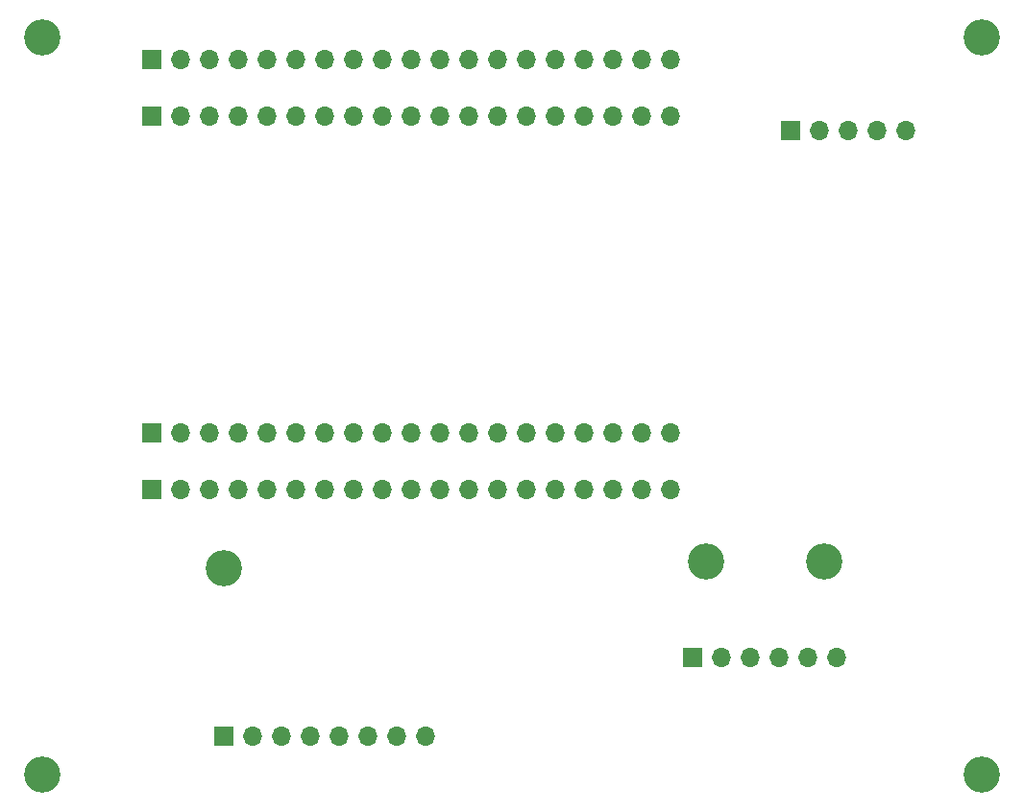
<source format=gbr>
%TF.GenerationSoftware,KiCad,Pcbnew,8.0.3*%
%TF.CreationDate,2024-06-28T16:21:33+02:00*%
%TF.ProjectId,infoscreen,696e666f-7363-4726-9565-6e2e6b696361,rev?*%
%TF.SameCoordinates,Original*%
%TF.FileFunction,Soldermask,Top*%
%TF.FilePolarity,Negative*%
%FSLAX46Y46*%
G04 Gerber Fmt 4.6, Leading zero omitted, Abs format (unit mm)*
G04 Created by KiCad (PCBNEW 8.0.3) date 2024-06-28 16:21:33*
%MOMM*%
%LPD*%
G01*
G04 APERTURE LIST*
%ADD10C,3.200000*%
%ADD11R,1.700000X1.700000*%
%ADD12O,1.700000X1.700000*%
G04 APERTURE END LIST*
D10*
%TO.C,*%
X113030000Y-72592000D03*
%TD*%
D11*
%TO.C,ESP32-WROOM-32U1*%
X122682000Y-112442000D03*
X122682000Y-107442000D03*
D12*
X125222000Y-112442000D03*
X125222000Y-107442000D03*
X127762000Y-112442000D03*
X127762000Y-107442000D03*
X130302000Y-112442000D03*
X130302000Y-107442000D03*
X132842000Y-112442000D03*
X132842000Y-107442000D03*
X135382000Y-112442000D03*
X135382000Y-107442000D03*
X137922000Y-112442000D03*
X137922000Y-107442000D03*
X140462000Y-112442000D03*
X140462000Y-107442000D03*
X143002000Y-112442000D03*
X143002000Y-107442000D03*
X145542000Y-112442000D03*
X145542000Y-107442000D03*
X148082000Y-112442000D03*
X148082000Y-107442000D03*
X150622000Y-112442000D03*
X150622000Y-107442000D03*
X153162000Y-112442000D03*
X153162000Y-107442000D03*
X155702000Y-112442000D03*
X155702000Y-107442000D03*
X158242000Y-112442000D03*
X158242000Y-107442000D03*
X160782000Y-112442000D03*
X160782000Y-107442000D03*
X163322000Y-112442000D03*
X163322000Y-107442000D03*
X165862000Y-112442000D03*
X165862000Y-107442000D03*
X168402000Y-112442000D03*
X168402000Y-107442000D03*
D11*
X122682000Y-79502000D03*
X122682000Y-74502000D03*
D12*
X125222000Y-79502000D03*
X125222000Y-74502000D03*
X127762000Y-79502000D03*
X127762000Y-74502000D03*
X130302000Y-79502000D03*
X130302000Y-74502000D03*
X132842000Y-79502000D03*
X132842000Y-74502000D03*
X135382000Y-79502000D03*
X135382000Y-74502000D03*
X137922000Y-79502000D03*
X137922000Y-74502000D03*
X140462000Y-79502000D03*
X140462000Y-74502000D03*
X143002000Y-79502000D03*
X143002000Y-74502000D03*
X145542000Y-79502000D03*
X145542000Y-74502000D03*
X148082000Y-79502000D03*
X148082000Y-74502000D03*
X150622000Y-79502000D03*
X150622000Y-74502000D03*
X153162000Y-79502000D03*
X153162000Y-74502000D03*
X155702000Y-79502000D03*
X155702000Y-74502000D03*
X158242000Y-79502000D03*
X158242000Y-74502000D03*
X160782000Y-79502000D03*
X160782000Y-74502000D03*
X163322000Y-79502000D03*
X163322000Y-74502000D03*
X165862000Y-79502000D03*
X165862000Y-74502000D03*
X168402000Y-79502000D03*
X168402000Y-74502000D03*
%TD*%
D10*
%TO.C,U3*%
X171516000Y-118804000D03*
X181916000Y-118804000D03*
D11*
X170366000Y-127254000D03*
D12*
X172906000Y-127254000D03*
X175446000Y-127254000D03*
X177986000Y-127254000D03*
X180526000Y-127254000D03*
X183066000Y-127254000D03*
%TD*%
D11*
%TO.C,U1*%
X178982000Y-80804000D03*
D12*
X181522000Y-80804000D03*
X184062000Y-80804000D03*
X186602000Y-80804000D03*
X189142000Y-80804000D03*
%TD*%
D10*
%TO.C,*%
X113030000Y-137616000D03*
%TD*%
%TO.C,*%
X195834000Y-137616000D03*
%TD*%
%TO.C,*%
X195834000Y-72592000D03*
%TD*%
%TO.C,U2*%
X129032000Y-119404000D03*
D11*
X129042000Y-134254000D03*
D12*
X131582000Y-134254000D03*
X134122000Y-134254000D03*
X136662000Y-134254000D03*
X139202000Y-134254000D03*
X141742000Y-134254000D03*
X144282000Y-134254000D03*
X146822000Y-134254000D03*
%TD*%
M02*

</source>
